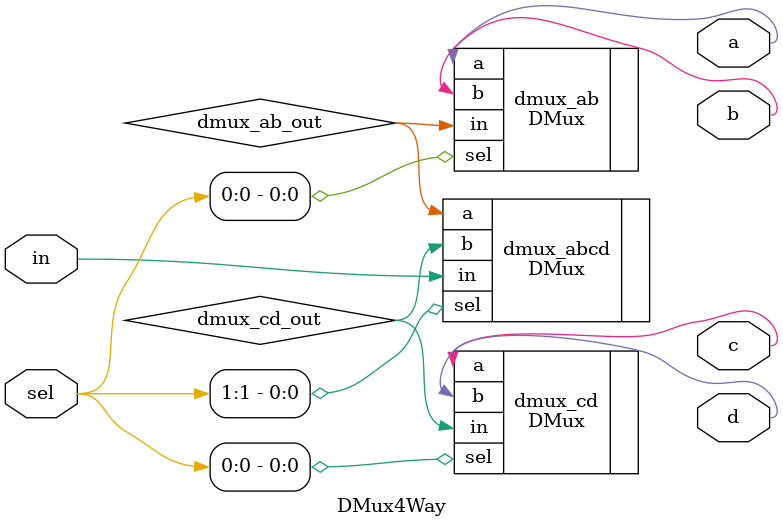
<source format=sv>
module DMux4Way(
	input logic in,
	input logic [1:0] sel,
	output logic a,
	output logic b,
	output logic c,
	output logic d
);
	logic dmux_ab_out;
	logic dmux_cd_out;
	DMux dmux_abcd(
		.in(in),
		.sel(sel[1]),
		.a(dmux_ab_out),
		.b(dmux_cd_out)
	);

	DMux dmux_ab(
		.in(dmux_ab_out),
		.sel(sel[0]),
		.a(a),
		.b(b)
	);

	DMux dmux_cd(
		.in(dmux_cd_out),
		.sel(sel[0]),
		.a(c),
		.b(d)
	);
endmodule

</source>
